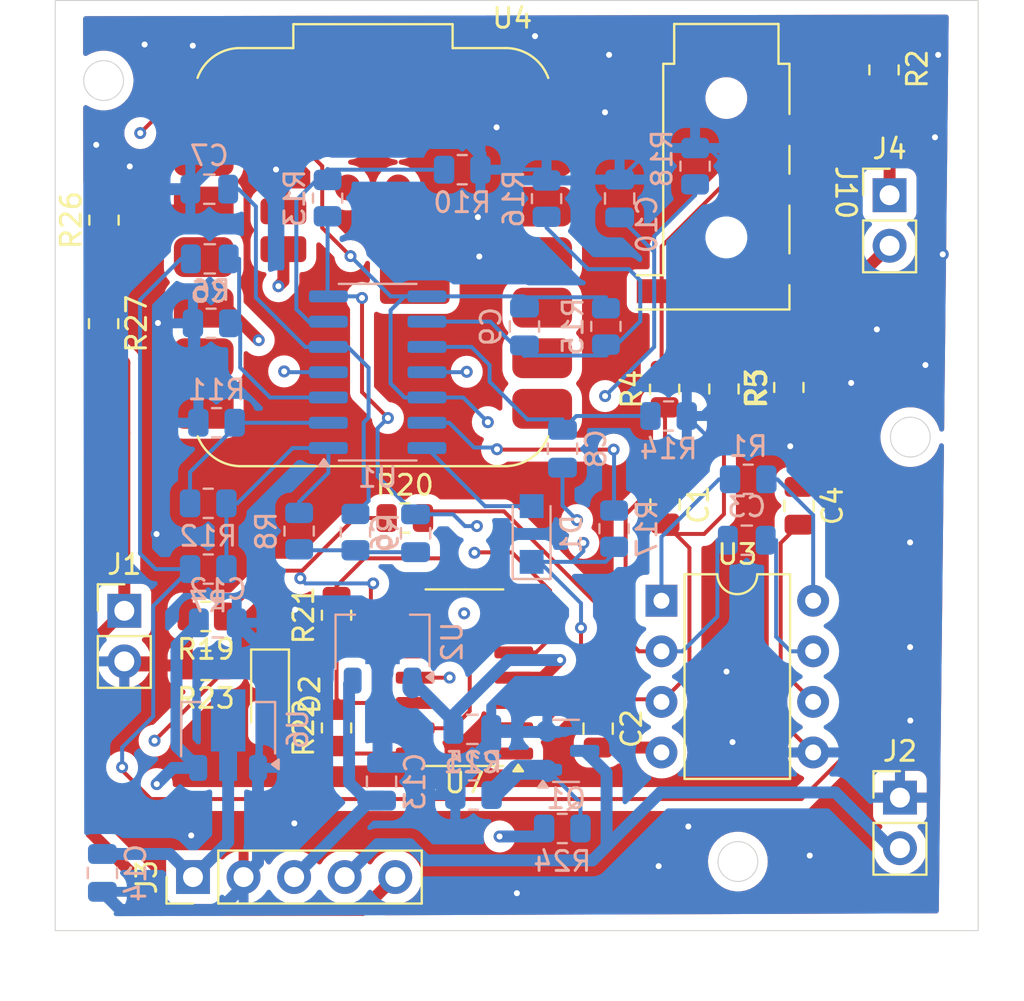
<source format=kicad_pcb>
(kicad_pcb (version 20240108) (generator "pcbnew") (generator_version "8.0")
  (layers (0 "F.Cu" signal) (1 "In1.Cu" signal "Signal") (2 "In2.Cu" power "PWR") (31 "B.Cu" signal) (34 "B.Paste" user) (35 "F.Paste" user) (36 "B.SilkS" user "B.Silkscreen") (37 "F.SilkS" user "F.Silkscreen") (38 "B.Mask" user) (39 "F.Mask" user) (44 "Edge.Cuts" user))
  (net 0 "")
  (net 1 "Net-(U3--)")
  (net 2 "Net-(U3-+)")
  (net 3 "-5V")
  (net 4 "5V")
  (net 5 "Net-(C4-Pad1)")
  (net 6 "Net-(C4-Pad2)")
  (net 7 "Net-(U1A-+)")
  (net 8 "Net-(C6-Pad1)")
  (net 9 "Net-(C6-Pad2)")
  (net 10 "GND")
  (net 11 "Net-(U1B-+)")
  (net 12 "Net-(U1C-+)")
  (net 13 "ecgraw")
  (net 14 "Net-(U1C--)")
  (net 15 "Net-(D1-K)")
  (net 16 "Net-(J3-Pin_3)")
  (net 17 "Net-(J3-Pin_1)")
  (net 18 "Net-(D1-A)")
  (net 19 "Net-(D2-K)")
  (net 20 "Net-(D2-A)")
  (net 21 "+3.7")
  (net 22 "Net-(J2-Pin_2)")
  (net 23 "Net-(J4-Pin_1)")
  (net 24 "Net-(J4-Pin_2)")
  (net 26 "Net-(Q1-G)")
  (net 27 "Net-(R1-Pad1)")
  (net 28 "Net-(R1-Pad2)")
  (net 29 "Net-(R12-Pad2)")
  (net 30 "Net-(U1B--)")
  (net 31 "Net-(U1A--)")
  (net 32 "Net-(U1D--)")
  (net 33 "Net-(U7C-+)")
  (net 34 "Net-(U7A--)")
  (net 35 "Net-(U7D-+)")
  (net 36 "Net-(U7B--)")
  (net 37 "Switch")
  (net 38 "Net-(U4-PA10_A2_D2)")
  (net 48 "Net-(U7C--)")
  (footprint "Package_SO:SOIC-14_3.9x8.7mm_P1.27mm" (layer "F.Cu") (at 197.495 59.335 180)
    (property "Reference" "U7")
    (property "Value" "TL064")
  )
  (footprint "Connector_PinHeader_2.54mm:PinHeader_1x02_P2.54mm_Vertical" (layer "F.Cu") (at 180.41 55.975)
    (property "Reference" "J1")
    (property "Value" "Conn_01x02_Pin")
  )
  (footprint "Capacitor_SMD:C_0805_2012Metric" (layer "F.Cu") (at 204.21 61.895 -90)
    (property "Reference" "C2")
    (property "Value" "1n")
  )
  (footprint "Resistor_SMD:R_0805_2012Metric" (layer "F.Cu") (at 184.51 56.26 180)
    (property "Reference" "R19")
    (property "Value" "1.3M")
  )
  (footprint "Resistor_SMD:R_0805_2012Metric" (layer "F.Cu") (at 191.07 56.1975 90)
    (property "Reference" "R21")
    (property "Value" "5.1k")
  )
  (footprint "Connector_PinHeader_2.54mm:PinHeader_1x02_P2.54mm_Vertical" (layer "F.Cu") (at 219.37 65.36)
    (property "Reference" "J2")
    (property "Value" "Conn_01x02_Pin")
  )
  (footprint "Connector_PinHeader_2.54mm:PinHeader_1x02_P2.54mm_Vertical" (layer "F.Cu") (at 218.85 35.1)
    (property "Reference" "J4")
    (property "Value" "Conn_01x02_Pin")
  )
  (footprint "Connector_PinHeader_2.54mm:PinHeader_1x05_P2.54mm_Vertical" (layer "F.Cu") (at 183.86 69.35 90)
    (property "Reference" "J3")
    (property "Value" "Conn_01x05_Pin")
  )
  (footprint "Resistor_SMD:R_0805_2012Metric" (layer "F.Cu") (at 213.79 44.7575 90)
    (property "Reference" "R3")
    (property "Value" "1M")
  )
  (footprint "Resistor_SMD:R_0805_2012Metric" (layer "F.Cu") (at 207.55 44.8425 90)
    (property "Reference" "R4")
    (property "Value" "39k")
  )
  (footprint "Resistor_SMD:R_0805_2012Metric" (layer "F.Cu") (at 179.39 36.3525 90)
    (property "Reference" "R26")
    (property "Value" "220k")
  )
  (footprint "Resistor_SMD:R_0805_2012Metric" (layer "F.Cu") (at 184.51 58.72 180)
    (property "Reference" "R23")
    (property "Value" "2.2k")
  )
  (footprint "Resistor_SMD:R_0805_2012Metric" (layer "F.Cu") (at 191.07 61.8575 90)
    (property "Reference" "R22")
    (property "Value" "82k")
  )
  (footprint "Resistor_SMD:R_0805_2012Metric" (layer "F.Cu") (at 218.57 28.8075 90)
    (property "Reference" "R2")
    (property "Value" "1M")
  )
  (footprint "Capacitor_SMD:C_0805_2012Metric" (layer "F.Cu") (at 214.3 50.7 -90)
    (property "Reference" "C4")
    (property "Value" "220n")
  )
  (footprint "RF_Module:MCU_Seeed_ESP32C3" (layer "F.Cu") (at 192.9 38.21)
    (property "Reference" "U4")
    (property "Value" "MOUDLE-SEEEDUINO-XIAO-ESP32C3")
  )
  (footprint "Resistor_SMD:R_0805_2012Metric" (layer "F.Cu") (at 194.5 51.315)
    (property "Reference" "R20")
    (property "Value" "430k")
  )
  (footprint "Capacitor_SMD:C_0805_2012Metric" (layer "F.Cu") (at 207.57 50.64 -90)
    (property "Reference" "C1")
    (property "Value" "10n")
  )
  (footprint "Connector_Audio:Jack_3.5mm_KoreanHropartsElec_PJ-320D-4A_Horizontal" (layer "F.Cu") (at 210.65 34.97 -90)
    (property "Reference" "J10")
    (property "Value" "AudioJack4")
  )
  (footprint "Resistor_SMD:R_0805_2012Metric" (layer "F.Cu") (at 210.53 44.8325 -90)
    (property "Reference" "R5")
    (property "Value" "39k")
  )
  (footprint "Package_DIP:DIP-8_W7.62mm" (layer "F.Cu") (at 207.39 55.47)
    (property "Reference" "U3")
    (property "Value" "INA129")
  )
  (footprint "Resistor_SMD:R_0805_2012Metric" (layer "F.Cu") (at 179.37 41.5525 -90)
    (property "Reference" "R27")
    (property "Value" "220k")
  )
  (footprint "Diode_SMD:Nexperia_CFP3_SOD-123W" (layer "F.Cu") (at 187.73 60.18 -90)
    (property "Reference" "D2")
    (property "Value" "D")
  )
  (footprint "Capacitor_SMD:C_0805_2012Metric" (layer "B.Cu") (at 184.6775 34.7975 180)
    (property "Reference" "C7")
    (property "Value" "33n")
  )
  (footprint "Capacitor_SMD:C_0805_2012Metric" (layer "B.Cu") (at 197.89 61.93)
    (property "Reference" "C11")
    (property "Value" "10uF")
  )
  (footprint "Resistor_SMD:R_0805_2012Metric" (layer "B.Cu") (at 205.01 51.85 90)
    (property "Reference" "R17")
    (property "Value" "10k")
  )
  (footprint "Resistor_SMD:R_0805_2012Metric" (layer "B.Cu") (at 202.41 66.91)
    (property "Reference" "R24")
    (property "Value" "330")
  )
  (footprint "Resistor_SMD:R_0805_2012Metric" (layer "B.Cu") (at 184.6275 53.88)
    (property "Reference" "R7")
    (property "Value" "82k")
  )
  (footprint "Capacitor_SMD:C_0805_2012Metric" (layer "B.Cu") (at 193.33 64.56 90)
    (property "Reference" "C13")
    (property "Value" "10uF")
  )
  (footprint "Capacitor_SMD:C_0805_2012Metric" (layer "B.Cu") (at 202.42 47.835 90)
    (property "Reference" "C8")
    (property "Value" "220n")
  )
  (footprint "Capacitor_SMD:C_0805_2012Metric" (layer "B.Cu") (at 200.51 41.695 -90)
    (property "Reference" "C9")
    (property "Value" "22n")
  )
  (footprint "Capacitor_SMD:C_0805_2012Metric" (layer "B.Cu") (at 185.105 56.578226 180)
    (property "Reference" "C12")
    (property "Value" "10uF")
  )
  (footprint "Resistor_SMD:R_0805_2012Metric" (layer "B.Cu") (at 197.38375 33.81875)
    (property "Reference" "R10")
    (property "Value" "120k")
  )
  (footprint "Capacitor_SMD:C_0805_2012Metric" (layer "B.Cu") (at 205.29 35.265 90)
    (property "Reference" "C10")
    (property "Value" "1.2u")
  )
  (footprint "Resistor_SMD:R_0805_2012Metric" (layer "B.Cu") (at 192.02 52.0225 90)
    (property "Reference" "R9")
    (property "Value" "150k")
  )
  (footprint "Resistor_SMD:R_0805_2012Metric" (layer "B.Cu") (at 211.7475 49.37 180)
    (property "Reference" "R1")
    (property "Value" "540")
  )
  (footprint "Resistor_SMD:R_0805_2012Metric" (layer "B.Cu") (at 207.75 46.19)
    (property "Reference" "R14")
    (property "Value" "82k")
  )
  (footprint "Resistor_SMD:R_0805_2012Metric" (layer "B.Cu") (at 209.08 33.6425 -90)
    (property "Reference" "R18")
    (property "Value" "1M")
  )
  (footprint "Package_TO_SOT_SMD:SOT-89-3" (layer "B.Cu") (at 185.625 61.918226 90)
    (property "Reference" "U6")
    (property "Value" "L79L05_SOT89")
  )
  (footprint "Capacitor_SMD:C_0805_2012Metric" (layer "B.Cu") (at 211.675 52.43 180)
    (property "Reference" "C3")
    (property "Value" "1n")
  )
  (footprint "Resistor_SMD:R_0805_2012Metric" (layer "B.Cu") (at 184.625 50.5775)
    (property "Reference" "R12")
    (property "Value" "68k")
  )
  (footprint "Capacitor_SMD:C_0805_2012Metric" (layer "B.Cu") (at 179.31 69.14 90)
    (property "Reference" "C14")
    (property "Value" "10uF")
  )
  (footprint "Resistor_SMD:R_0805_2012Metric" (layer "B.Cu") (at 204.6 41.69 -90)
    (property "Reference" "R15")
    (property "Value" "220k")
  )
  (footprint "Resistor_SMD:R_0805_2012Metric" (layer "B.Cu") (at 201.62 35.2725 -90)
    (property "Reference" "R16")
    (property "Value" "10k")
  )
  (footprint "Package_SO:SOIC-14_3.9x8.7mm_P1.27mm" (layer "B.Cu") (at 193.135 43.99)
    (property "Reference" "U1")
    (property "Value" "TL064")
  )
  (footprint "Capacitor_SMD:C_0805_2012Metric" (layer "B.Cu") (at 195.04 52.08 -90)
    (property "Reference" "C6")
    (property "Value" "33n")
  )
  (footprint "Resistor_SMD:R_0805_2012Metric" (layer "B.Cu") (at 189.19125 51.97125 -90)
    (property "Reference" "R8")
    (property "Value" "150k")
  )
  (footprint "Diode_SMD:Nexperia_CFP3_SOD-123W" (layer "B.Cu") (at 200.87 52.1175 90)
    (property "Reference" "D1")
    (property "Value" "D")
  )
  (footprint "Resistor_SMD:R_0805_2012Metric" (layer "B.Cu") (at 197.9475 65.23 180)
    (property "Reference" "R25")
    (property "Value" "47k")
  )
  (footprint "Capacitor_SMD:C_0805_2012Metric" (layer "B.Cu") (at 184.7025 38.2975)
    (property "Reference" "C5")
    (property "Value" "220n")
  )
  (footprint "Package_TO_SOT_SMD:SOT-89-3" (layer "B.Cu") (at 193.38 57.53 90)
    (property "Reference" "U2")
    (property "Value" "MC78L05_SOT89")
  )
  (footprint "Package_TO_SOT_SMD:SOT-23" (layer "B.Cu") (at 202.5975 63.01)
    (property "Reference" "Q1")
    (property "Value" "AO3400A")
  )
  (footprint "Resistor_SMD:R_0805_2012Metric" (layer "B.Cu") (at 185.04125 46.52875 180)
    (property "Reference" "R11")
    (property "Value" "120k")
  )
  (footprint "Resistor_SMD:R_0805_2012Metric" (layer "B.Cu") (at 184.76875 41.53375 180)
    (property "Reference" "R6")
    (property "Value" "82k")
  )
  (footprint "Resistor_SMD:R_0805_2012Metric" (layer "B.Cu") (at 190.62125 35.24625 -90)
    (property "Reference" "R13")
    (property "Value" "68k")
  )
  (gr_circle (center 179.37 29.34) (end 180.37 29.34) (stroke (width 0.05)) (fill none) (layer "Edge.Cuts"))
  (gr_rect (start 176.94 25.32) (end 223.3 72.04) (stroke (width 0.05)) (fill none) (layer "Edge.Cuts"))
  (gr_circle (center 219.89 47.25) (end 220.89 47.25) (stroke (width 0.05)) (fill none) (layer "Edge.Cuts"))
  (gr_circle (center 211.23 68.57) (end 212.23 68.57) (stroke (width 0.05)) (fill none) (layer "Edge.Cuts"))
  (segment (start 205.59 57.34137) (end 206.25863 58.01) (width 0.2) (layer "F.Cu") (net 1))
  (segment (start 206.25863 58.01) (end 207.39 58.01) (width 0.2) (layer "F.Cu") (net 1))
  (segment (start 207.57 49.165) (end 207.57 46.325) (width 0.2) (layer "F.Cu") (net 1))
  (segment (start 207.57 46.325) (end 207.55 46.305) (width 0.2) (layer "F.Cu") (net 1))
  (segment (start 207.57 49.165) (end 205.59 51.145) (width 0.2) (layer "F.Cu") (net 1))
  (segment (start 205.59 51.145) (end 205.59 57.34137) (width 0.2) (layer "F.Cu") (net 1))
  (segment (start 210.2 52.43) (end 210.2 56.26) (width 0.2) (layer "B.Cu") (net 1))
  (segment (start 208.45 58.01) (end 207.39 58.01) (width 0.2) (layer "B.Cu") (net 1))
  (segment (start 210.2 56.26) (end 208.45 58.01) (width 0.2) (layer "B.Cu") (net 1))
  (segment (start 207.39 60.55) (end 208.795 59.145) (width 0.2) (layer "F.Cu") (net 2))
  (segment (start 204.21 60.42) (end 207.26 60.42) (width 0.2) (layer "F.Cu") (net 2))
  (segment (start 207.26 60.42) (end 207.39 60.55) (width 0.2) (layer "F.Cu") (net 2))
  (segment (start 210.53 51.12) (end 210.53 46.295) (width 0.2) (layer "F.Cu") (net 2))
  (segment (start 209.535 52.115) (end 210.53 51.12) (width 0.2) (layer "F.Cu") (net 2))
  (segment (start 208.795 52.815) (end 207.57 51.59) (width 0.2) (layer "F.Cu") (net 2))
  (segment (start 208.795 59.145) (end 208.795 52.815) (width 0.2) (layer "F.Cu") (net 2))
  (segment (start 207.57 52.115) (end 209.535 52.115) (width 0.2) (layer "F.Cu") (net 2))
  (segment (start 204.455 63.09) (end 204.21 62.845) (width 0.2) (layer "F.Cu") (net 3))
  (segment (start 195.02 59.335) (end 196.745 59.335) (width 0.2) (layer "F.Cu") (net 3))
  (segment (start 207.145 62.845) (end 207.39 63.09) (width 0.6) (layer "F.Cu") (net 3))
  (segment (start 207.11 63.37) (end 207.39 63.09) (width 0.2) (layer "F.Cu") (net 3))
  (segment (start 196.745 59.335) (end 196.75 59.33) (width 0.2) (layer "F.Cu") (net 3))
  (segment (start 204.21 62.845) (end 207.145 62.845) (width 0.6) (layer "F.Cu") (net 3))
  (via (at 196.75 59.33) (size 0.6) (drill 0.3) (layers "F.Cu" "B.Cu") (net 3))
  (via (at 197.61 43.97) (size 0.6) (drill 0.3) (layers "F.Cu" "B.Cu") (net 3))
  (via (at 182.04 64.68) (size 0.6) (drill 0.3) (layers "F.Cu" "B.Cu") (net 3))
  (segment (start 183.03 62.773226) (end 183.03 57.703226) (width 0.6) (layer "B.Cu") (net 3))
  (segment (start 182.851774 63.868226) (end 182.04 64.68) (width 0.6) (layer "B.Cu") (net 3))
  (segment (start 184.125 63.868226) (end 182.851774 63.868226) (width 0.6) (layer "B.Cu") (net 3))
  (segment (start 197.59 43.99) (end 197.61 43.97) (width 0.2) (layer "B.Cu") (net 3))
  (segment (start 195.61 43.99) (end 197.59 43.99) (width 0.2) (layer "B.Cu") (net 3))
  (segment (start 183.03 57.703226) (end 184.155 56.578226) (width 0.6) (layer "B.Cu") (net 3))
  (segment (start 184.125 63.868226) (end 183.03 62.773226) (width 0.6) (layer "B.Cu") (net 3))
  (segment (start 199.97 59.335) (end 201.415 59.335) (width 0.6) (layer "F.Cu") (net 4))
  (segment (start 201.415 59.335) (end 202.3 58.45) (width 0.6) (layer "F.Cu") (net 4))
  (via (at 197.479716 56.102394) (size 0.6) (drill 0.3) (layers "F.Cu" "B.Cu") (net 4))
  (via (at 188.44 43.95) (size 0.6) (drill 0.3) (layers "F.Cu" "B.Cu") (net 4))
  (via (at 202.3 58.45) (size 0.6) (drill 0.3) (layers "F.Cu" "B.Cu") (net 4))
  (segment (start 196.94 61.93) (end 196.94 61.54) (width 0.6) (layer "B.Cu") (net 4))
  (segment (start 196.94 61.93) (end 196.94 61.205) (width 0.6) (layer "B.Cu") (net 4))
  (segment (start 190.66 43.99) (end 188.48 43.99) (width 0.2) (layer "B.Cu") (net 4))
  (segment (start 194.88 59.87) (end 194.88 59.48) (width 1) (layer "B.Cu") (net 4))
  (segment (start 196.94 61.205) (end 199.695 58.45) (width 0.6) (layer "B.Cu") (net 4))
  (segment (start 196.94 61.54) (end 194.88 59.48) (width 0.6) (layer "B.Cu") (net 4))
  (segment (start 213.87863 58.01) (end 215.01 58.01) (width 0.2) (layer "B.Cu") (net 4))
  (segment (start 199.695 58.45) (end 202.3 58.45) (width 0.6) (layer "B.Cu") (net 4))
  (segment (start 213.15 57.28137) (end 213.87863 58.01) (width 0.2) (layer "B.Cu") (net 4))
  (segment (start 213.15 52.43) (end 213.15 57.28137) (width 0.2) (layer "B.Cu") (net 4))
  (segment (start 188.48 43.99) (end 188.44 43.95) (width 0.2) (layer "B.Cu") (net 4))
  (segment (start 214.423625 65.43) (end 216.47 63.383625) (width 0.2) (layer "F.Cu") (net 5))
  (segment (start 181.743481 65.43) (end 214.423625 65.43) (width 0.2) (layer "F.Cu") (net 5))
  (segment (start 180.3 63.986519) (end 181.743481 65.43) (width 0.2) (layer "F.Cu") (net 5))
  (segment (start 216.47 63.21) (end 216.47 51.52) (width 0.2) (layer "F.Cu") (net 5))
  (segment (start 216.47 51.52) (end 214.7 49.75) (width 0.2) (layer "F.Cu") (net 5))
  (segment (start 180.3 63.83) (end 180.3 63.986519) (width 0.2) (layer "F.Cu") (net 5))
  (segment (start 214.7 49.75) (end 214.3 49.75) (width 0.2) (layer "F.Cu") (net 5))
  (segment (start 216.47 63.383625) (end 216.47 63.21) (width 0.2) (layer "F.Cu") (net 5))
  (via (at 180.3 63.83) (size 0.6) (drill 0.3) (layers "F.Cu" "B.Cu") (net 5))
  (segment (start 181.86 55.735) (end 181.86 61.28) (width 0.2) (layer "B.Cu") (net 5))
  (segment (start 181.86 61.28) (end 180.3 62.84) (width 0.2) (layer "B.Cu") (net 5))
  (segment (start 181.2 53.1) (end 181.98 53.88) (width 0.2) (layer "B.Cu") (net 5))
  (segment (start 183.2525 38.2975) (end 181.2 40.35) (width 0.2) (layer "B.Cu") (net 5))
  (segment (start 183.715 53.88) (end 181.86 55.735) (width 0.2) (layer "B.Cu") (net 5))
  (segment (start 181.98 53.88) (end 183.715 53.88) (width 0.2) (layer "B.Cu") (net 5))
  (segment (start 181.2 40.35) (end 181.2 53.1) (width 0.2) (layer "B.Cu") (net 5))
  (segment (start 180.3 62.84) (end 180.3 63.83) (width 0.2) (layer "B.Cu") (net 5))
  (segment (start 183.715 53.88) (end 183.6 53.88) (width 0.2) (layer "B.Cu") (net 5))
  (segment (start 183.7525 38.2975) (end 183.2525 38.2975) (width 0.2) (layer "B.Cu") (net 5))
  (segment (start 213.38 52.57) (end 214.3 51.65) (width 0.2) (layer "F.Cu") (net 6))
  (segment (start 213.38 58.92) (end 213.38 52.57) (width 0.2) (layer "F.Cu") (net 6))
  (segment (start 215.01 60.55) (end 213.38 58.92) (width 0.2) (layer "F.Cu") (net 6))
  (segment (start 186.23125 43.75875) (end 186.23125 41.53375) (width 0.2) (layer "B.Cu") (net 7))
  (segment (start 186.1775 38.2975) (end 186.1775 41.48) (width 0.2) (layer "B.Cu") (net 7))
  (segment (start 187.278812 44.80375) (end 187.27625 44.80375) (width 0.2) (layer "B.Cu") (net 7))
  (segment (start 187.27625 44.80375) (end 186.23125 43.75875) (width 0.2) (layer "B.Cu") (net 7))
  (segment (start 190.66 45.26) (end 187.735062 45.26) (width 0.2) (layer "B.Cu") (net 7))
  (segment (start 186.1775 41.48) (end 186.23125 41.53375) (width 0.2) (layer "B.Cu") (net 7))
  (segment (start 187.735062 45.26) (end 187.278812 44.80375) (width 0.2) (layer "B.Cu") (net 7))
  (segment (start 192.35 44.99) (end 192.35 40.260088) (width 0.2) (layer "F.Cu") (net 8))
  (segment (start 193.65 46.29) (end 192.35 44.99) (width 0.2) (layer "F.Cu") (net 8))
  (via (at 192.35 40.260088) (size 0.6) (drill 0.3) (layers "F.Cu" "B.Cu") (net 8))
  (via (at 198.12 51.72) (size 0.6) (drill 0.3) (layers "F.Cu" "B.Cu") (net 8))
  (via (at 193.65 46.29) (size 0.6) (drill 0.3) (layers "F.Cu" "B.Cu") (net 8))
  (via (at 203.15 51.42) (size 0.6) (drill 0.3) (layers "F.Cu" "B.Cu") (net 8))
  (segment (start 197.52 51.72) (end 196.93 51.13) (width 0.2) (layer "B.Cu") (net 8))
  (segment (start 190.62125 40.14125) (end 190.66 40.18) (width 0.2) (layer "B.Cu") (net 8))
  (segment (start 192.269912 40.18) (end 192.35 40.260088) (width 0.2) (layer "B.Cu") (net 8))
  (segment (start 193.65 46.29) (end 193.135 46.805) (width 0.2) (layer "B.Cu") (net 8))
  (segment (start 190.66 40.18) (end 192.269912 40.18) (width 0.2) (layer "B.Cu") (net 8))
  (segment (start 195.04 51.13) (end 196.93 51.13) (width 0.2) (layer "B.Cu") (net 8))
  (segment (start 203.15 51.42) (end 202.42 50.69) (width 0.2) (layer "B.Cu") (net 8))
  (segment (start 190.62125 36.70875) (end 190.62125 40.14125) (width 0.2) (layer "B.Cu") (net 8))
  (segment (start 193.135 49.225) (end 195.04 51.13) (width 0.2) (layer "B.Cu") (net 8))
  (segment (start 202.42 50.69) (end 202.42 48.785) (width 0.2) (layer "B.Cu") (net 8))
  (segment (start 198.12 51.72) (end 197.52 51.72) (width 0.2) (layer "B.Cu") (net 8))
  (segment (start 193.135 46.805) (end 193.135 49.225) (width 0.2) (layer "B.Cu") (net 8))
  (segment (start 189.2425 52.935) (end 189.19125 52.88375) (width 0.2) (layer "B.Cu") (net 9))
  (segment (start 192.115 53.03) (end 192.02 52.935) (width 0.2) (layer "B.Cu") (net 9))
  (segment (start 192.02 52.935) (end 189.2425 52.935) (width 0.2) (layer "B.Cu") (net 9))
  (segment (start 195.04 53.03) (end 192.115 53.03) (width 0.2) (layer "B.Cu") (net 9))
  (segment (start 183.5975 58.72) (end 183.5975 56.26) (width 0.2) (layer "F.Cu") (net 10))
  (segment (start 179.36 34.98) (end 179.36 35.41) (width 0.6) (layer "F.Cu") (net 10))
  (segment (start 213.79 47.64) (end 213.79 45.67) (width 0.2) (layer "F.Cu") (net 10))
  (segment (start 213.79 46.22) (end 213.79 45.67) (width 0.2) (layer "F.Cu") (net 10))
  (segment (start 205.38 33.13) (end 201.4 33.13) (width 0.6) (layer "F.Cu") (net 10))
  (segment (start 213.82 45.7) (end 213.79 45.67) (width 0.2) (layer "F.Cu") (net 10))
  (segment (start 183.5975 58.72) (end 180.615 58.72) (width 0.6) (layer "F.Cu") (net 10))
  (segment (start 210.615 27.895) (end 205.38 33.13) (width 0.6) (layer "F.Cu") (net 10))
  (segment (start 180.685 33.655) (end 179.36 34.98) (width 0.6) (layer "F.Cu") (net 10))
  (segment (start 213.86 47.71) (end 213.79 47.64) (width 0.2) (layer "F.Cu") (net 10))
  (segment (start 212.03 47.98) (end 212.03 60.14) (width 0.2) (layer "F.Cu") (net 10))
  (segment (start 199.11 31.69) (end 200.55 33.13) (width 0.6) (layer "F.Cu") (net 10))
  (segment (start 212.03 60.14) (end 214.98 63.09) (width 0.2) (layer "F.Cu") (net 10))
  (segment (start 179.36 35.41) (end 179.39 35.44) (width 0.6) (layer "F.Cu") (net 10))
  (segment (start 200.55 33.13) (end 201.4 33.13) (width 0.6) (layer "F.Cu") (net 10))
  (segment (start 218.57 27.895) (end 210.615 27.895) (width 0.6) (layer "F.Cu") (net 10))
  (segment (start 180.615 58.72) (end 180.41 58.515) (width 0.6) (layer "F.Cu") (net 10))
  (segment (start 188.4 34.18) (end 188.03 33.81) (width 0.6) (layer "F.Cu") (net 10))
  (segment (start 212.03 47.98) (end 213.79 46.22) (width 0.2) (layer "F.Cu") (net 10))
  (segment (start 188.4 35.91) (end 188.4 34.18) (width 0.6) (layer "F.Cu") (net 10))
  (via (at 198.24 38.18) (size 0.6) (drill 0.3) (layers "F.Cu" "B.Cu") (net 10))
  (via (at 181.43 27.53) (size 0.6) (drill 0.3) (layers "F.Cu" "B.Cu") (net 10))
  (via (at 180.685 33.655) (size 0.6) (drill 0.3) (layers "F.Cu" "B.Cu") (net 10))
  (via (at 218.21 41.84) (size 0.6) (drill 0.3) (layers "F.Cu" "B.Cu") (net 10))
  (via (at 199.11 31.69) (size 0.6) (drill 0.3) (layers "F.Cu" "B.Cu") (net 10))
  (via (at 204.55506 30.934953) (size 0.6) (drill 0.3) (layers "F.Cu" "B.Cu") (net 10))
  (via (at 214.84 68.27) (size 0.6) (drill 0.3) (layers "F.Cu" "B.Cu") (net 10))
  (via (at 210.66 59.03) (size 0.6) (drill 0.3) (layers "F.Cu" "B.Cu") (net 10))
  (via (at 210.96 62.57) (size 0.6) (drill 0.3) (layers "F.Cu" "B.Cu") (net 10))
  (via (at 200.13 70.16) (size 0.6) (drill 0.3) (layers "F.Cu" "B.Cu") (net 10))
  (via (at 213.86 47.71) (size 0.6) (drill 0.3) (layers "F.Cu" "B.Cu") (net 10))
  (via (at 204.76 28.05) (size 0.6) (drill 0.3) (layers "F.Cu" "B.Cu") (net 10))
  (via (at 219.88 57.8) (size 0.6) (drill 0.3) (layers "F.Cu" "B.Cu") (net 10))
  (via (at 188.95 66.65) (size 0.6) (drill 0.3) (layers "F.Cu" "B.Cu") (net 10))
  (via (at 198.17 36.2) (size 0.6) (drill 0.3) (layers "F.Cu" "B.Cu") (net 10))
  (via (at 183.85 27.59) (size 0.6) (drill 0.3) (layers "F.Cu" "B.Cu") (net 10))
  (via (at 219.88 52.54) (size 0.6) (drill 0.3) (layers "F.Cu" "B.Cu") (net 10))
  (via (at 207.25 68.8) (size 0.6) (drill 0.3) (layers "F.Cu" "B.Cu") (net 10))
  (via (at 183.77 67.26) (size 0.6) (drill 0.3) (layers "F.Cu" "B.Cu") (net 10))
  (via (at 221.13 32.19) (size 0.6) (drill 0.3) (layers "F.Cu" "B.Cu") (net 10))
  (via (at 221.29 28.05) (size 0.6) (drill 0.3) (layers "F.Cu" "B.Cu") (net 10))
  (via (at 221.52 38.07) (size 0.6) (drill 0.3) (layers "F.Cu" "B.Cu") (net 10))
  (via (at 219.89 61.49) (size 0.6) (drill 0.3) (layers "F.Cu" "B.Cu") (net 10))
  (via (at 216.92 44.53) (size 0.6) (drill 0.3) (layers "F.Cu" "B.Cu") (net 10))
  (via (at 208.74 66.81) (size 0.6) (drill 0.3) (layers "F.Cu" "B.Cu") (net 10))
  (via (at 188.99 55.92) (size 0.6) (drill 0.3) (layers "F.Cu" "B.Cu") (net 10))
  (via (at 220.65 43.63) (size 0.6) (drill 0.3) (layers "F.Cu" "B.Cu") (net 10))
  (via (at 182.03 52.12) (size 0.6) (drill 0.3) (layers "F.Cu" "B.Cu") (net 10))
  (via (at 182.1 41.52) (size 0.6) (drill 0.3) (layers "F.Cu" "B.Cu") (net 10))
  (via (at 188.03 33.81) (size 0.6) (drill 0.3) (layers "F.Cu" "B.Cu") (net 10))
  (via (at 179 32.57) (size 0.6) (drill 0.3) (layers "F.Cu" "B.Cu") (net 10))
  (via (at 201.04 27.11) (size 0.6) (drill 0.3) (layers "F.Cu" "B.Cu") (net 10))
  (segment (start 198.29625 33.04625) (end 198.29625 33.81875) (width 0.6) (layer "B.Cu") (net 10))
  (segment (start 184.12875 41.80625) (end 183.85625 41.53375) (width 0.2) (layer "B.Cu") (net 10))
  (segment (start 193.38 59.3925) (end 193.38 58.44) (width 1) (layer "B.Cu") (net 10))
  (segment (start 189.59 56.52) (end 188.99 55.92) (width 0.6) (layer "B.Cu") (net 10))
  (segment (start 183.7275 34.706924) (end 185.955674 32.47875) (width 0.6) (layer "B.Cu") (net 10))
  (segment (start 198.97 62.06) (end 198.84 61.93) (width 0.6) (layer "B.Cu") (net 10))
  (segment (start 189.59 57.37958) (end 191.885384 57.37958) (width 0.6) (layer "B.Cu") (net 10))
  (segment (start 198.5175 31.69) (end 197.72875 32.47875) (width 0.6) (layer "B.Cu") (net 10))
  (segment (start 182.11375 41.53375) (end 182.1 41.52) (width 0.2) (layer "B.Cu") (net 10))
  (segment (start 191.885384 57.37958) (end 193.38 58.874196) (width 0.6) (layer "B.Cu") (net 10))
  (segment (start 183.85625 41.53375) (end 182.11375 41.53375) (width 0.2) (layer "B.Cu") (net 10))
  (segment (start 183.7275 34.7975) (end 181.8275 34.7975) (width 0.6) (layer "B.Cu") (net 10))
  (segment (start 186.856354 57.37958) (end 189.59 57.37958) (width 0.6) (layer "B.Cu") (net 10))
  (segment (start 187.125 68.625) (end 186.4 69.35) (width 0.6) (layer "B.Cu") (net 10))
  (segment (start 187.125 63.868226) (end 187.125 68.625) (width 0.6) (layer "B.Cu") (net 10))
  (segment (start 209.78 32.73) (end 209.08 32.73) (width 0.2) (layer "B.Cu") (net 10))
  (segment (start 198.84 62.762806) (end 197.035 64.567806) (width 1) (layer "B.Cu") (net 10))
  (segment (start 186.4 69.8) (end 186.4 69.35) (width 0.6) (layer "B.Cu") (net 10))
  (segment (start 209.3 46.19) (end 212.3 43.19) (width 0.2) (layer "B.Cu") (net 10))
  (segment (start 197.035 64.567806) (end 197.035 65.23) (width 1) (layer "B.Cu") (net 10))
  (segment (start 205.29 34.315) (end 201.665 34.315) (width 0.2) (layer "B.Cu") (net 10))
  (segment (start 201.62 33.81) (end 201.64 33.79) (width 0.2) (layer "B.Cu") (net 10))
  (segment (start 184.12875 46.52875) (end 184.12875 41.80625) (width 0.2) (layer "B.Cu") (net 10))
  (segment (start 186.055 56.578226) (end 186.856354 57.37958) (width 0.6) (layer "B.Cu") (net 10))
  (segment (start 193.38 59.3925) (end 193.38 63.56) (width 1) (layer "B.Cu") (net 10))
  (segment (start 189.59 57.37958) (end 189.59 56.52) (width 0.6) (layer "B.Cu") (net 10))
  (segment (start 198.855 33.81) (end 201.62 33.81) (width 0.2) (layer "B.Cu") (net 10))
  (segment (start 179.31 70.09) (end 180.22 71) (width 0.6) (layer "B.Cu") (net 10))
  (segment (start 193.38 58.874196) (end 193.38 59.3925) (width 0.6) (layer "B.Cu") (net 10))
  (segment (start 208.6625 46.19) (end 209.3 46.19) (width 0.2) (layer "B.Cu") (net 10))
  (segment (start 206.875 32.73) (end 205.29 34.315) (width 0.2) (layer "B.Cu") (net 10))
  (segment (start 201.665 34.315) (end 201.62 34.36) (width 0.2) (layer "B.Cu") (net 10))
  (segment (start 199.11 31.69) (end 198.5175 31.69) (width 0.6) (layer "B.Cu") (net 10))
  (segment (start 181.8275 34.7975) (end 180.685 33.655) (width 0.6) (layer "B.Cu") (net 10))
  (segment (start 198.84625 33.81875) (end 198.855 33.81) (width 0.2) (layer "B.Cu") (net 10))
  (segment (start 212.3 35.25) (end 209.78 32.73) (width 0.2) (layer "B.Cu") (net 10))
  (segment (start 209.08 32.73) (end 206.875 32.73) (width 0.2) (layer "B.Cu") (net 10))
  (segment (start 180.22 71) (end 185.2 71) (width 0.6) (layer "B.Cu") (net 10))
  (segment (start 212.3 43.19) (end 212.3 35.25) (width 0.2) (layer "B.Cu") (net 10))
  (segment (start 201.66 62.06) (end 198.97 62.06) (width 0.6) (layer "B.Cu") (net 10))
  (segment (start 198.84 61.93) (end 198.84 62.762806) (width 1) (layer "B.Cu") (net 10))
  (segment (start 210.1825 47.71) (end 208.6625 46.19) (width 0.2) (layer "B.Cu") (net 10))
  (segment (start 197.72875 32.47875) (end 198.29625 33.04625) (width 0.6) (layer "B.Cu") (net 10))
  (segment (start 185.2 71) (end 186.4 69.8) (width 0.6) (layer "B.Cu") (net 10))
  (segment (start 195.415 63.61) (end 197.035 65.23) (width 1) (layer "B.Cu") (net 10))
  (segment (start 185.955674 32.47875) (end 197.72875 32.47875) (width 0.6) (layer "B.Cu") (net 10))
  (segment (start 193.38 63.56) (end 193.33 63.61) (width 1) (layer "B.Cu") (net 10))
  (segment (start 213.86 47.71) (end 210.1825 47.71) (width 0.2) (layer "B.Cu") (net 10))
  (segment (start 183.7275 34.7975) (end 183.7275 34.706924) (width 0.6) (layer "B.Cu") (net 10))
  (segment (start 201.59 61.99) (end 201.66 62.06) (width 1) (layer "B.Cu") (net 10))
  (segment (start 193.33 63.61) (end 195.415 63.61) (width 1) (layer "B.Cu") (net 10))
  (segment (start 187.02 35.665) (end 186.1525 34.7975) (width 0.2) (layer "B.Cu") (net 11))
  (segment (start 192.435 49.514949) (end 192.68 49.759949) (width 0.2) (layer "B.Cu") (net 11))
  (segment (start 190.66 42.72) (end 189.5 42.72) (width 0.2) (layer "B.Cu") (net 11))
  (segment (start 189.5 42.72) (end 187.02 40.24) (width 0.2) (layer "B.Cu") (net 11))
  (segment (start 192.68 50.45) (end 192.02 51.11) (width 0.2) (layer "B.Cu") (net 11))
  (segment (start 192.68 46.27005) (end 192.435 46.51505) (width 0.2) (layer "B.Cu") (net 11))
  (segment (start 192.435 46.51505) (end 192.435 49.514949) (width 0.2) (layer "B.Cu") (net 11))
  (segment (start 191.634999 42.72) (end 192.68 43.765001) (width 0.2) (layer "B.Cu") (net 11))
  (segment (start 187.02 40.24) (end 187.02 35.665) (width 0.2) (layer "B.Cu") (net 11))
  (segment (start 192.68 49.759949) (end 192.68 50.45) (width 0.2) (layer "B.Cu") (net 11))
  (segment (start 190.66 42.72) (end 191.634999 42.72) (width 0.2) (layer "B.Cu") (net 11))
  (segment (start 192.68 43.765001) (end 192.68 46.27005) (width 0.2) (layer "B.Cu") (net 11))
  (segment (start 202.42 46.36) (end 200.655 46.36) (width 0.2) (layer "B.Cu") (net 12))
  (segment (start 203.115 46.19) (end 202.42 46.885) (width 0.2) (layer "B.Cu") (net 12))
  (segment (start 198.76 44.465) (end 198.76 43.635075) (width 0.2) (layer "B.Cu") (net 12))
  (segment (start 198.76 43.635075) (end 197.844925 42.72) (width 0.2) (layer "B.Cu") (net 12))
  (segment (start 206.8375 46.19) (end 203.115 46.19) (width 0.2) (layer "B.Cu") (net 12))
  (segment (start 197.844925 42.72) (end 195.61 42.72) (width 0.2) (layer "B.Cu") (net 12))
  (segment (start 200.655 46.36) (end 198.76 44.465) (width 0.2) (layer "B.Cu") (net 12))
  (segment (start 201.795 57.36337) (end 201.795 54.95663) (width 0.2) (layer "F.Cu") (net 13))
  (segment (start 201.09337 58.065) (end 199.97 58.065) (width 0.2) (layer "F.Cu") (net 13))
  (segment (start 198.02 53.04) (end 198 53.06) (width 0.2) (layer "F.Cu") (net 13))
  (segment (start 184.4 33.13) (end 185.3 32.23) (width 0.2) (layer "F.Cu") (net 13))
  (segment (start 190.35 36.73875) (end 191.77125 38.16) (width 0.2) (layer "F.Cu") (net 13))
  (segment (start 184.4 33.13) (end 185.43 32.1) (width 0.2) (layer "F.Cu") (net 13))
  (segment (start 188.81 32.1) (end 190.35 33.64) (width 0.2) (layer "F.Cu") (net 13))
  (segment (start 199.87837 53.04) (end 198.02 53.04) (width 0.2) (layer "F.Cu") (net 13))
  (segment (start 201.795 54.95663) (end 199.87837 53.04) (width 0.2) (layer "F.Cu") (net 13))
  (segment (start 190.35 33.64) (end 190.35 36.73875) (width 0.2) (layer "F.Cu") (net 13))
  (segment (start 185.43 32.1) (end 188.81 32.1) (width 0.2) (layer "F.Cu") (net 13))
  (segment (start 201.795 57.36337) (end 201.09337 58.065) (width 0.2) (layer "F.Cu") (net 13))
  (via (at 198 53.06) (size 0.6) (drill 0.3) (layers "F.Cu" "B.Cu") (net 13))
  (via (at 198.67 46.5) (size 0.6) (drill 0.3) (layers "F.Cu" "B.Cu") (net 13))
  (via (at 191.77125 38.16) (size 0.6) (drill 0.3) (layers "F.Cu" "B.Cu") (net 13))
  (segment (start 195.61 45.26) (end 197.43 45.26) (width 0.2) (layer "B.Cu") (net 13))
  (segment (start 191.77125 38.16) (end 193.79125 40.18) (width 0.2) (layer "B.Cu") (net 13))
  (segment (start 193.785 40.88163) (end 193.785 44.55837) (width 0.2) (layer "B.Cu") (net 13))
  (segment (start 194.48663 40.18) (end 193.785 40.88163) (width 0.2) (layer "B.Cu") (net 13))
  (segment (start 204.6 40.2275) (end 200.5175 40.2275) (width 0.2) (layer "B.Cu") (net 13))
  (segment (start 195.6675 40.2375) (end 195.61 40.18) (width 0.2) (layer "B.Cu") (net 13))
  (segment (start 193.785 44.55837) (end 194.48663 45.26) (width 0.2) (layer "B.Cu") (net 13))
  (segment (start 194.48663 45.26) (end 195.61 45.26) (width 0.2) (layer "B.Cu") (net 13))
  (segment (start 195.61 40.18) (end 200.47 40.18) (width 0.2) (layer "B.Cu") (net 13))
  (segment (start 197.43 45.26) (end 198.67 46.5) (width 0.2) (layer "B.Cu") (net 13))
  (segment (start 195.61 40.18) (end 194.48663 40.18) (width 0.2) (layer "B.Cu") (net 13))
  (segment (start 200.5175 40.2275) (end 200.51 40.22) (width 0.2) (layer "B.Cu") (net 13))
  (segment (start 193.79125 40.18) (end 195.61 40.18) (width 0.2) (layer "B.Cu") (net 13))
  (segment (start 200.47 40.18) (end 200.51 40.22) (width 0.2) (layer "B.Cu") (net 13))
  (segment (start 203.7 38.815) (end 201.62 36.735) (width 0.2) (layer "B.Cu") (net 14))
  (segment (start 200.5275 43.1525) (end 200.51 43.17) (width 0.2) (layer "B.Cu") (net 14))
  (segment (start 206.325 41.4275) (end 206.325 39.385) (width 0.2) (layer "B.Cu") (net 14))
  (segment (start 204.6 43.1525) (end 206.325 41.4275) (width 0.2) (layer "B.Cu") (net 14))
  (segment (start 206.325 39.385) (end 205.755 38.815) (width 0.2) (layer "B.Cu") (net 14))
  (segment (start 195.61 41.45) (end 198.79 41.45) (width 0.2) (layer "B.Cu") (net 14))
  (segment (start 205.755 38.815) (end 203.7 38.815) (width 0.2) (layer "B.Cu") (net 14))
  (segment (start 204.6 43.1525) (end 200.5275 43.1525) (width 0.2) (layer "B.Cu") (net 14))
  (segment (start 198.79 41.45) (end 200.51 43.17) (width 0.2) (layer "B.Cu") (net 14))
  (segment (start 203.35 58.672793) (end 203.35 56.83) (width 0.2) (layer "F.Cu") (net 15))
  (segment (start 199.97 60.605) (end 201.417793 60.605) (width 0.2) (layer "F.Cu") (net 15))
  (segment (start 201.417793 60.605) (end 203.35 58.672793) (width 0.2) (layer "F.Cu") (net 15))
  (via (at 204.56 45.19) (size 0.6) (drill 0.3) (layers "F.Cu" "B.Cu") (net 15))
  (via (at 203.466397 52.563603) (size 0.6) (drill 0.3) (layers "F.Cu" "B.Cu") (net 15))
  (via (at 203.35 56.83) (size 0.6) (drill 0.3) (layers "F.Cu" "B.Cu") (net 15))
  (segment (start 205.01 53.09) (end 205.01 52.7625) (width 0.2) (layer "B.Cu") (net 15))
  (segment (start 207.025 37.95) (end 207.025 42.725) (width 0.2) (layer "B.Cu") (net 15))
  (segment (start 207.025 42.725) (end 204.56 45.19) (width 0.2) (layer "B.Cu") (net 15))
  (segment (start 200.87 53.5175) (end 202.93 53.5175) (width 0.2) (layer "B.Cu") (net 15))
  (segment (start 201.2675 53.5175) (end 200.87 53.5175) (width 0.2) (layer "B.Cu") (net 15))
  (segment (start 205.29 36.215) (end 207.025 37.95) (width 0.2) (layer "B.Cu") (net 15))
  (segment (start 203.35 55.6) (end 201.2675 53.5175) (width 0.2) (layer "B.Cu") (net 15))
  (segment (start 209.08 35.105) (end 209.08 34.555) (width 0.2) (layer "B.Cu") (net 15))
  (segment (start 204.5825 53.5175) (end 205.01 53.09) (width 0.2) (layer "B.Cu") (net 15))
  (segment (start 203.466397 52.981103) (end 202.93 53.5175) (width 0.2) (layer "B.Cu") (net 15))
  (segment (start 203.466397 52.563603) (end 203.466397 52.981103) (width 0.2) (layer "B.Cu") (net 15))
  (segment (start 203.35 56.83) (end 203.35 55.6) (width 0.2) (layer "B.Cu") (net 15))
  (segment (start 207.025 37.95) (end 207.025 37.16) (width 0.2) (layer "B.Cu") (net 15))
  (segment (start 202.93 53.5175) (end 204.5825 53.5175) (width 0.2) (layer "B.Cu") (net 15))
  (segment (start 207.025 37.16) (end 209.08 35.105) (width 0.2) (layer "B.Cu") (net 15))
  (segment (start 205.01 52.7625) (end 205.56 52.7625) (width 0.2) (layer "B.Cu") (net 15))
  (segment (start 192.605 65.51) (end 191.7 64.605) (width 0.6) (layer "B.Cu") (net 16))
  (segment (start 193.33 65.51) (end 192.605 65.51) (width 1) (layer "B.Cu") (net 16))
  (segment (start 191.7 59.66) (end 191.88 59.48) (width 0.6) (layer "B.Cu") (net 16))
  (segment (start 192.78 65.51) (end 193.33 65.51) (width 0.6) (layer "B.Cu") (net 16))
  (segment (start 191.7 64.605) (end 191.7 59.66) (width 0.6) (layer "B.Cu") (net 16))
  (segment (start 188.94 69.35) (end 192.78 65.51) (width 0.6) (layer "B.Cu") (net 16))
  (segment (start 182.7 68.19) (end 183.86 69.35) (width 0.6) (layer "B.Cu") (net 17))
  (segment (start 183.86 69.35) (end 185.625 67.585) (width 0.6) (layer "B.Cu") (net 17))
  (segment (start 185.625 67.585) (end 185.625 63.780726) (width 0.6) (layer "B.Cu") (net 17))
  (segment (start 179.31 68.19) (end 182.7 68.19) (width 0.6) (layer "B.Cu") (net 17))
  (segment (start 200.87 50.7175) (end 198.5525 50.7175) (width 0.2) (layer "B.Cu") (net 18))
  (segment (start 198.5525 50.7175) (end 198.54 50.73) (width 0.2) (layer "B.Cu") (net 18))
  (segment (start 195.61 47.8) (end 196.125 47.8) (width 0.2) (layer "B.Cu") (net 18))
  (segment (start 198.54 50.73) (end 195.61 47.8) (width 0.2) (layer "B.Cu") (net 18))
  (segment (start 185.4225 59.0075) (end 181.93 62.5) (width 0.2) (layer "F.Cu") (net 19))
  (segment (start 182.6 30.59) (end 184.4 30.59) (width 0.2) (layer "F.Cu") (net 19))
  (segment (start 181.21 31.98) (end 182.6 30.59) (width 0.2) (layer "F.Cu") (net 19))
  (segment (start 187.73 58.78) (end 185.4825 58.78) (width 0.2) (layer "F.Cu") (net 19))
  (segment (start 185.4825 58.78) (end 185.4225 58.72) (width 0.2) (layer "F.Cu") (net 19))
  (segment (start 185.4225 58.72) (end 185.4225 59.0075) (width 0.2) (layer "F.Cu") (net 19))
  (via (at 181.21 31.98) (size 0.6) (drill 0.3) (layers "F.Cu" "B.Cu") (net 19))
  (via (at 181.93 62.5) (size 0.6) (drill 0.3) (layers "F.Cu" "B.Cu") (net 19))
  (segment (start 195.02 63.145) (end 191.245 63.145) (width 0.2) (layer "F.Cu") (net 20))
  (segment (start 188.92 62.77) (end 187.73 61.58) (width 0.2) (layer "F.Cu") (net 20))
  (segment (start 191.07 62.77) (end 188.92 62.77) (width 0.2) (layer "F.Cu") (net 20))
  (segment (start 188.4 37.81) (end 188.4 39.42) (width 0.6) (layer "F.Cu") (net 21))
  (segment (start 192.37 71) (end 182.62 71) (width 0.6) (layer "F.Cu") (net 21))
  (segment (start 180.41 43.505) (end 179.37 42.465) (width 0.6) (layer "F.Cu") (net 21))
  (segment (start 188.4 39.42) (end 188.15 39.67) (width 0.6) (layer "F.Cu") (net 21))
  (segment (start 182.62 71) (end 178.76 67.14) (width 0.6) (layer "F.Cu") (net 21))
  (segment (start 178.76 57.625) (end 180.41 55.975) (width 0.6) (layer "F.Cu") (net 21))
  (segment (start 178.76 67.14) (end 178.76 57.625) (width 0.6) (layer "F.Cu") (net 21))
  (segment (start 180.41 47.04) (end 180.41 43.505) (width 0.6) (layer "F.Cu") (net 21))
  (segment (start 194.02 69.35) (end 192.37 71) (width 0.6) (layer "F.Cu") (net 21))
  (segment (start 180.41 55.975) (end 180.41 47.04) (width 0.6) (layer "F.Cu") (net 21))
  (via (at 188.15 39.67) (size 0.6) (drill 0.3) (layers "F.Cu" "B.Cu") (net 21))
  (segment (start 219.37 67.9) (end 218.93 67.9) (width 0.6) (layer "B.Cu") (net 22))
  (segment (start 193.13 67.7) (end 191.48 69.35) (width 0.6) (layer "B.Cu") (net 22))
  (segment (start 216.13 65.1) (end 207.336852 65.1) (width 0.6) (layer "B.Cu") (net 22))
  (segment (start 204.635 64.11) (end 204.635 67.801852) (width 0.6) (layer "B.Cu") (net 22))
  (segment (start 204.635 67.801852) (end 203.926852 68.51) (width 0.6) (layer "B.Cu") (net 22))
  (segment (start 203.926852 68.51) (end 195.56 68.51) (width 0.6) (layer "B.Cu") (net 22))
  (segment (start 203.535 63.01) (end 204.635 64.11) (width 0.6) (layer "B.Cu") (net 22))
  (segment (start 194.75 67.7) (end 193.13 67.7) (width 0.6) (layer "B.Cu") (net 22))
  (segment (start 207.336852 65.1) (end 203.926852 68.51) (width 0.6) (layer "B.Cu") (net 22))
  (segment (start 195.56 68.51) (end 194.75 67.7) (width 0.6) (layer "B.Cu") (net 22))
  (segment (start 218.93 67.9) (end 216.13 65.1) (width 0.6) (layer "B.Cu") (net 22))
  (segment (start 207.4 37.67) (end 207.4 39.92) (width 0.2) (layer "F.Cu") (net 23))
  (segment (start 207.4 39.92) (end 207.4 43.23) (width 0.2) (layer "F.Cu") (net 23))
  (segment (start 207.55 40.07) (end 207.4 39.92) (width 0.2) (layer "F.Cu") (net 23))
  (segment (start 218.57 29.72) (end 216 29.72) (width 0.6) (layer "F.Cu") (net 23))
  (segment (start 213.9 31.82) (end 213.25 31.82) (width 0.2) (layer "F.Cu") (net 23))
  (segment (start 207.4 43.23) (end 207.55 43.38) (width 0.2) (layer "F.Cu") (net 23))
  (segment (start 218.85 35.1) (end 218.85 30) (width 0.6) (layer "F.Cu") (net 23))
  (segment (start 216 29.72) (end 213.9 31.82) (width 0.6) (layer "F.Cu") (net 23))
  (segment (start 218.85 30) (end 218.57 29.72) (width 0.6) (layer "F.Cu") (net 23))
  (segment (start 213.25 31.82) (end 207.4 37.67) (width 0.2) (layer "F.Cu") (net 23))
  (segment (start 213.79 43.295) (end 213.79 38.93) (width 0.2) (layer "F.Cu") (net 24))
  (segment (start 210.53 43.37) (end 210.53 40.51) (width 0.2) (layer "F.Cu") (net 24))
  (segment (start 212.22 38.82) (end 213.9 38.82) (width 0.2) (layer "F.Cu") (net 24))
  (segment (start 213.79 38.93) (end 213.9 38.82) (width 0.2) (layer "F.Cu") (net 24))
  (segment (start 210.53 40.51) (end 212.22 38.82) (width 0.2) (layer "F.Cu") (net 24))
  (segment (start 217.67 38.82) (end 218.85 37.64) (width 0.6) (layer "F.Cu") (net 24))
  (segment (start 213.9 38.82) (end 217.67 38.82) (width 0.6) (layer "F.Cu") (net 24))
  (segment (start 201.66 63.96) (end 200.13 63.96) (width 1) (layer "B.Cu") (net 26))
  (segment (start 203.3225 66.91) (end 203.3225 65.6225) (width 0.2) (layer "B.Cu") (net 26))
  (segment (start 201.675 63.975) (end 201.66 63.96) (width 0.6) (layer "B.Cu") (net 26))
  (segment (start 203.3225 65.6225) (end 201.66 63.96) (width 0.2) (layer "B.Cu") (net 26))
  (segment (start 201.66 63.96) (end 201.66 64.08) (width 1) (layer "B.Cu") (net 26))
  (segment (start 200.13 63.96) (end 198.86 65.23) (width 1) (layer "B.Cu") (net 26))
  (segment (start 213.21 49.37) (end 215.01 51.17) (width 0.2) (layer "B.Cu") (net 27))
  (segment (start 215.01 51.17) (end 215.01 55.47) (width 0.2) (layer "B.Cu") (net 27))
  (segment (start 207.39 52.265) (end 207.39 55.47) (width 0.2) (layer "B.Cu") (net 28))
  (segment (start 210.285 49.37) (end 207.39 52.265) (width 0.2) (layer "B.Cu") (net 28))
  (segment (start 189.19125 50.50875) (end 190.66 49.04) (width 0.2) (layer "B.Cu") (net 29))
  (segment (start 186.0875 50.5775) (end 188.865 47.8) (width 0.2) (layer "B.Cu") (net 29))
  (segment (start 190.66 49.04) (end 190.66 47.8) (width 0.2) (layer "B.Cu") (net 29))
  (segment (start 188.865 47.8) (end 190.66 47.8) (width 0.2) (layer "B.Cu") (net 29))
  (segment (start 189.19125 51.05875) (end 189.19125 50.50875) (width 0.2) (layer "B.Cu") (net 29))
  (segment (start 185.54 53.88) (end 185.54 50.58) (width 0.2) (layer "B.Cu") (net 29))
  (segment (start 185.54 50.58) (end 185.5375 50.5775) (width 0.2) (layer "B.Cu") (net 29))
  (segment (start 190.62125 33.78375) (end 190.65625 33.81875) (width 0.2) (layer "B.Cu") (net 30))
  (segment (start 189.05 40.821948) (end 189.05 35.355) (width 0.2) (layer "B.Cu") (net 30))
  (segment (start 189.05 35.355) (end 190.62125 33.78375) (width 0.2) (layer "B.Cu") (net 30))
  (segment (start 190.65625 33.81875) (end 195.92125 33.81875) (width 0.2) (layer "B.Cu") (net 30))
  (segment (start 189.678052 41.45) (end 189.05 40.821948) (width 0.2) (layer "B.Cu") (net 30))
  (segment (start 190.66 41.45) (end 189.678052 41.45) (width 0.2) (layer "B.Cu") (net 30))
  (segment (start 189.67 41.45) (end 190.66 41.45) (width 0.2) (layer "B.Cu") (net 30))
  (segment (start 185.95375 46.76668) (end 185.95375 46.52875) (width 0.2) (layer "B.Cu") (net 31))
  (segment (start 183.7125 49.00793) (end 185.95375 46.76668) (width 0.2) (layer "B.Cu") (net 31))
  (segment (start 188.43375 46.52875) (end 188.435 46.53) (width 0.2) (layer "B.Cu") (net 31))
  (segment (start 183.7125 50.5775) (end 183.7125 49.00793) (width 0.2) (layer "B.Cu") (net 31))
  (segment (start 186.50375 46.52875) (end 188.43375 46.52875) (width 0.2) (layer "B.Cu") (net 31))
  (segment (start 188.435 46.53) (end 190.66 46.53) (width 0.2) (layer "B.Cu") (net 31))
  (segment (start 199.15 47.88) (end 199.13 47.86) (width 0.2) (layer "F.Cu") (net 32))
  (segment (start 204.99 47.88) (end 199.15 47.88) (width 0.2) (layer "F.Cu") (net 32))
  (via (at 199.13 47.86) (size 0.6) (drill 0.3) (layers "F.Cu" "B.Cu") (net 32))
  (via (at 204.99 47.88) (size 0.6) (drill 0.3) (layers "F.Cu" "B.Cu") (net 32))
  (segment (start 205.01 47.9) (end 204.99 47.88) (width 0.2) (layer "B.Cu") (net 32))
  (segment (start 205.01 50.9375) (end 205.01 47.9) (width 0.2) (layer "B.Cu") (net 32))
  (segment (start 199.04375 47.77375) (end 197.97712 47.77375) (width 0.2) (layer "B.Cu") (net 32))
  (segment (start 197.97712 47.77375) (end 196.73337 46.53) (width 0.2) (layer "B.Cu") (net 32))
  (segment (start 199.13 47.86) (end 199.04375 47.77375) (width 0.2) (layer "B.Cu") (net 32))
  (segment (start 196.73337 46.53) (end 195.61 46.53) (width 0.2) (layer "B.Cu") (net 32))
  (segment (start 189.25 54.34) (end 189.25 54.054938) (width 0.2) (layer "F.Cu") (net 33))
  (segment (start 185.4225 56.26) (end 185.4225 56.2475) (width 0.2) (layer "F.Cu") (net 33))
  (segment (start 191.989938 51.315) (end 189.345 53.959938) (width 0.2) (layer "F.Cu") (net 33))
  (segment (start 193.275 58.145) (end 195.02 58.145) (width 0.2) (layer "F.Cu") (net 33))
  (segment (start 187.710062 53.959938) (end 189.345 53.959938) (width 0.2) (layer "F.Cu") (net 33))
  (segment (start 193.0375 51.315) (end 191.989938 51.315) (width 0.2) (layer "F.Cu") (net 33))
  (segment (start 192.795 57.665) (end 193.275 58.145) (width 0.2) (layer "F.Cu") (net 33))
  (segment (start 192.795 56.884938) (end 192.795 57.665) (width 0.2) (layer "F.Cu") (net 33))
  (segment (start 185.4225 56.2475) (end 187.710062 53.959938) (width 0.2) (layer "F.Cu") (net 33))
  (segment (start 192.795 54.715) (end 192.91 54.6) (width 0.2) (layer "F.Cu") (net 33))
  (segment (start 192.795 56.884938) (end 192.795 54.715) (width 0.2) (layer "F.Cu") (net 33))
  (segment (start 189.25 54.054938) (end 189.345 53.959938) (width 0.2) (layer "F.Cu") (net 33))
  (via (at 189.25 54.34) (size 0.6) (drill 0.3) (layers "F.Cu" "B.Cu") (net 33))
  (via (at 192.91 54.6) (size 0.6) (drill 0.3) (layers "F.Cu" "B.Cu") (net 33))
  (segment (start 189.25 54.34) (end 189.51 54.6) (width 0.2) (layer "B.Cu") (net 33))
  (segment (start 189.51 54.6) (end 192.91 54.6) (width 0.2) (layer "B.Cu") (net 33))
  (segment (start 199.48 50.98) (end 204.51 56.01) (width 0.2) (layer "F.Cu") (net 34))
  (segment (start 201.285 61.875) (end 199.97 61.875) (width 0.2) (layer "F.Cu") (net 34))
  (segment (start 199.97 61.875) (end 199.97 63.145) (width 0.2) (layer "F.Cu") (net 34))
  (segment (start 195.4125 51.315) (end 195.7475 50.98) (width 0.2) (layer "F.Cu") (net 34))
  (segment (start 195.7475 50.98) (end 199.48 50.98) (width 0.2) (layer "F.Cu") (net 34))
  (segment (start 199.99 61.855) (end 199.97 61.875) (width 0.2) (layer "F.Cu") (net 34))
  (segment (start 204.51 58.65) (end 201.285 61.875) (width 0.2) (layer "F.Cu") (net 34))
  (segment (start 204.51 56.01) (end 204.51 58.65) (width 0.2) (layer "F.Cu") (net 34))
  (segment (start 191.28 60.605) (end 191.07 60.395) (width 0.2) (layer "F.Cu") (net 35))
  (segment (start 191.07 60.395) (end 191.07 57.66) (width 0.2) (layer "F.Cu") (net 35))
  (segment (start 195.02 60.605) (end 191.28 60.605) (width 0.2) (layer "F.Cu") (net 35))
  (segment (start 197.007207 53.34) (end 192.465 53.34) (width 0.2) (layer "F.Cu") (net 36))
  (segment (start 191.07 55.285) (end 191.07 54.735) (width 0.2) (layer "F.Cu") (net 36))
  (segment (start 191.07 54.735) (end 192.465 53.34) (width 0.2) (layer "F.Cu") (net 36))
  (segment (start 198.372793 53.96) (end 197.627207 53.96) (width 0.2) (layer "F.Cu") (net 36))
  (segment (start 197.627207 53.96) (end 197.007207 53.34) (width 0.2) (layer "F.Cu") (net 36))
  (segment (start 198.388896 53.943896) (end 198.372793 53.96) (width 0.2) (layer "F.Cu") (net 36))
  (segment (start 199.97 55.525) (end 198.388896 53.943896) (width 0.2) (layer "F.Cu") (net 36))
  (segment (start 199.97 55.525) (end 199.97 56.795) (width 0.2) (layer "F.Cu") (net 36))
  (segment (start 185.53 40.75) (end 187.16 42.38) (width 0.6) (layer "F.Cu") (net 37))
  (segment (start 184.4 40.75) (end 185.53 40.75) (width 0.6) (layer "F.Cu") (net 37))
  (via (at 199.26 67.31) (size 0.6) (drill 0.3) (layers "F.Cu" "B.Cu") (net 37))
  (via (at 187.16 42.38) (size 0.6) (drill 0.3) (layers "F.Cu" "B.Cu") (net 37))
  (segment (start 199.26 67.31) (end 201.0975 67.31) (width 0.6) (layer "B.Cu") (net 37))
  (segment (start 201.0975 67.31) (end 201.4975 66.91) (width 0.6) (layer "B.Cu") (net 37))
  (segment (start 179.37 37.835) (end 179.39 37.815) (width 0.2) (layer "F.Cu") (net 38))
  (segment (start 179.39 37.815) (end 181.535 35.67) (width 0.2) (layer "F.Cu") (net 38))
  (segment (start 179.37 40.09) (end 179.37 37.835) (width 0.2) (layer "F.Cu") (net 38))
  (segment (start 181.535 35.67) (end 184.4 35.67) (width 0.2) (layer "F.Cu") (net 38))
  (segment (start 197.76 57.65) (end 196.905 56.795) (width 0.2) (layer "F.Cu") (net 48))
  (segment (start 196.895 61.875) (end 197.76 61.01) (width 0.2) (layer "F.Cu") (net 48))
  (segment (start 195.02 56.795) (end 195.02 55.525) (width 0.2) (layer "F.Cu") (net 48))
  (segment (start 196.905 56.795) (end 195.02 56.795) (width 0.2) (layer "F.Cu") (net 48))
  (segment (start 195.02 61.875) (end 196.895 61.875) (width 0.2) (layer "F.Cu") (net 48))
  (segment (start 197.76 61.01) (end 197.76 57.65) (width 0.2) (layer "F.Cu") (net 48))
  (zone (net 10) (net_name "GND") (layers "F.Cu" "In1.Cu" "In2.Cu" "B.Cu") (connect_pads (clearance 0.5)) (min_thickness 0.25) (fill yes (thermal_gap 0.5) (thermal_bridge_width 0.5))
    (polygon (pts (xy 178.4 71.24) (xy 178.34 26.11) (xy 221.82 26.03) (xy 221.32 71.17) (xy 178.4 71.32)))
  )
)
</source>
